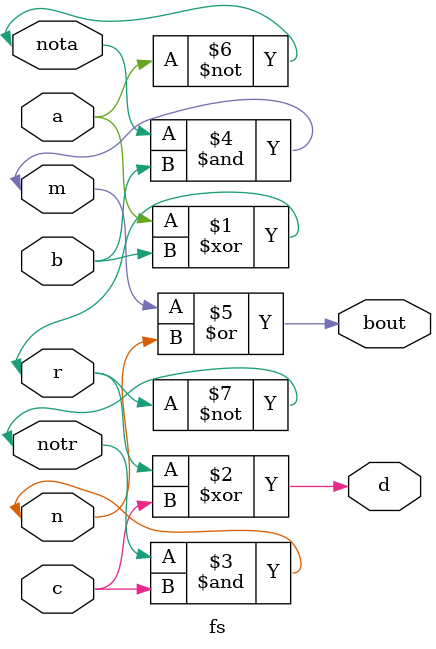
<source format=v>
`timescale 1ns / 1ps

module fs(
    input a,
    input b,
    input c,
    inout r,
    inout notr,
    inout nota,
	 inout n,
	 inout m,
    output d,
    output bout
    );
xor(r,a,b);
not(nota,a);
xor(d,r,c);
not(notr,r);
and(n,notr,c);
and(m,nota,b);
or(bout,m,n);

endmodule

</source>
